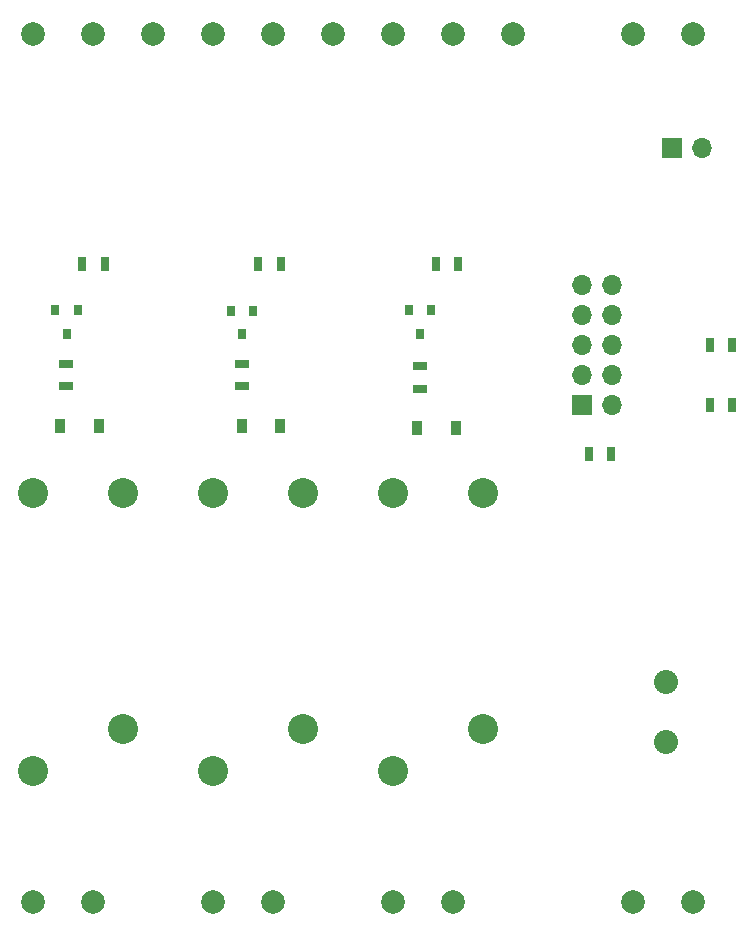
<source format=gbr>
G04 #@! TF.FileFunction,Soldermask,Top*
%FSLAX46Y46*%
G04 Gerber Fmt 4.6, Leading zero omitted, Abs format (unit mm)*
G04 Created by KiCad (PCBNEW 4.0.0-rc1-stable) date 05/10/2017 19:38:19*
%MOMM*%
G01*
G04 APERTURE LIST*
%ADD10C,0.100000*%
%ADD11R,0.910000X1.220000*%
%ADD12R,0.800000X0.900000*%
%ADD13C,2.540000*%
%ADD14C,2.032000*%
%ADD15C,2.000000*%
%ADD16R,1.700000X1.700000*%
%ADD17O,1.700000X1.700000*%
%ADD18R,0.700000X1.300000*%
%ADD19R,1.300000X0.700000*%
G04 APERTURE END LIST*
D10*
D11*
X57385000Y-99550000D03*
X54115000Y-99550000D03*
X72735000Y-99500000D03*
X69465000Y-99500000D03*
X87585000Y-99650000D03*
X84315000Y-99650000D03*
D12*
X55600000Y-89700000D03*
X53700000Y-89700000D03*
X54650000Y-91700000D03*
X70450000Y-89750000D03*
X68550000Y-89750000D03*
X69500000Y-91750000D03*
X85500000Y-89700000D03*
X83600000Y-89700000D03*
X84550000Y-91700000D03*
D13*
X51800000Y-105200000D03*
X59400000Y-105200000D03*
X59400000Y-125200000D03*
X51800000Y-128700000D03*
X67060000Y-105200000D03*
X74660000Y-105200000D03*
X74660000Y-125200000D03*
X67060000Y-128700000D03*
X82280000Y-105200000D03*
X89880000Y-105200000D03*
X89880000Y-125200000D03*
X82280000Y-128700000D03*
D14*
X105390000Y-126260000D03*
X105400160Y-121180000D03*
D15*
X61970000Y-66300000D03*
X56890000Y-66300000D03*
X51810000Y-66300000D03*
X77210000Y-66300000D03*
X72130000Y-66300000D03*
X67050000Y-66300000D03*
X92450000Y-66300000D03*
X87370000Y-66300000D03*
X82290000Y-66300000D03*
X107690000Y-66300000D03*
X102610000Y-66300000D03*
X51810000Y-139800000D03*
X56890000Y-139800000D03*
X67050000Y-139800000D03*
X72130000Y-139800000D03*
X82290000Y-139800000D03*
X87370000Y-139800000D03*
X102610000Y-139800000D03*
X107690000Y-139800000D03*
D16*
X105900000Y-75950000D03*
D17*
X108440000Y-75950000D03*
D18*
X55990000Y-85780000D03*
X57890000Y-85780000D03*
X70860000Y-85780000D03*
X72760000Y-85780000D03*
X85890000Y-85780000D03*
X87790000Y-85780000D03*
X111010000Y-97760000D03*
X109110000Y-97760000D03*
X98872000Y-101854000D03*
X100772000Y-101854000D03*
X111010000Y-92680000D03*
X109110000Y-92680000D03*
D19*
X54600000Y-96150000D03*
X54600000Y-94250000D03*
X69500000Y-96150000D03*
X69500000Y-94250000D03*
X84550000Y-96350000D03*
X84550000Y-94450000D03*
D16*
X98298000Y-97750000D03*
D17*
X100838000Y-97750000D03*
X98298000Y-95210000D03*
X100838000Y-95210000D03*
X98298000Y-92670000D03*
X100838000Y-92670000D03*
X98298000Y-90130000D03*
X100838000Y-90130000D03*
X98298000Y-87590000D03*
X100838000Y-87590000D03*
M02*

</source>
